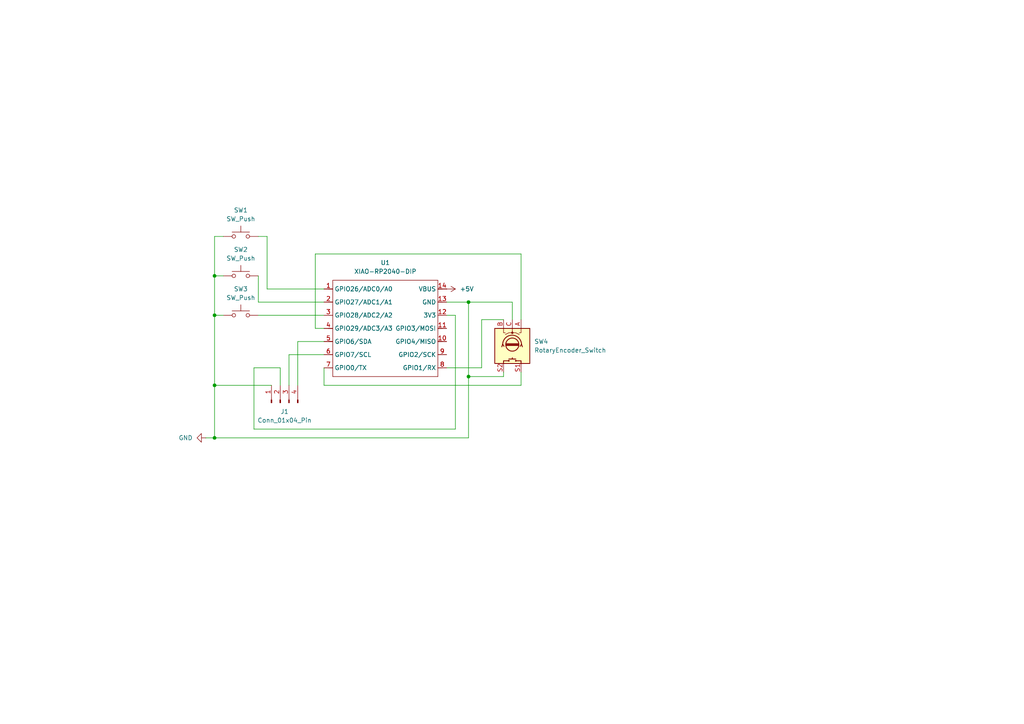
<source format=kicad_sch>
(kicad_sch
	(version 20250114)
	(generator "eeschema")
	(generator_version "9.0")
	(uuid "27a2315b-8656-46cd-bf73-a622ebdf66c0")
	(paper "A4")
	(lib_symbols
		(symbol "Connector:Conn_01x04_Pin"
			(pin_names
				(offset 1.016)
				(hide yes)
			)
			(exclude_from_sim no)
			(in_bom yes)
			(on_board yes)
			(property "Reference" "J"
				(at 0 5.08 0)
				(effects
					(font
						(size 1.27 1.27)
					)
				)
			)
			(property "Value" "Conn_01x04_Pin"
				(at 0 -7.62 0)
				(effects
					(font
						(size 1.27 1.27)
					)
				)
			)
			(property "Footprint" ""
				(at 0 0 0)
				(effects
					(font
						(size 1.27 1.27)
					)
					(hide yes)
				)
			)
			(property "Datasheet" "~"
				(at 0 0 0)
				(effects
					(font
						(size 1.27 1.27)
					)
					(hide yes)
				)
			)
			(property "Description" "Generic connector, single row, 01x04, script generated"
				(at 0 0 0)
				(effects
					(font
						(size 1.27 1.27)
					)
					(hide yes)
				)
			)
			(property "ki_locked" ""
				(at 0 0 0)
				(effects
					(font
						(size 1.27 1.27)
					)
				)
			)
			(property "ki_keywords" "connector"
				(at 0 0 0)
				(effects
					(font
						(size 1.27 1.27)
					)
					(hide yes)
				)
			)
			(property "ki_fp_filters" "Connector*:*_1x??_*"
				(at 0 0 0)
				(effects
					(font
						(size 1.27 1.27)
					)
					(hide yes)
				)
			)
			(symbol "Conn_01x04_Pin_1_1"
				(rectangle
					(start 0.8636 2.667)
					(end 0 2.413)
					(stroke
						(width 0.1524)
						(type default)
					)
					(fill
						(type outline)
					)
				)
				(rectangle
					(start 0.8636 0.127)
					(end 0 -0.127)
					(stroke
						(width 0.1524)
						(type default)
					)
					(fill
						(type outline)
					)
				)
				(rectangle
					(start 0.8636 -2.413)
					(end 0 -2.667)
					(stroke
						(width 0.1524)
						(type default)
					)
					(fill
						(type outline)
					)
				)
				(rectangle
					(start 0.8636 -4.953)
					(end 0 -5.207)
					(stroke
						(width 0.1524)
						(type default)
					)
					(fill
						(type outline)
					)
				)
				(polyline
					(pts
						(xy 1.27 2.54) (xy 0.8636 2.54)
					)
					(stroke
						(width 0.1524)
						(type default)
					)
					(fill
						(type none)
					)
				)
				(polyline
					(pts
						(xy 1.27 0) (xy 0.8636 0)
					)
					(stroke
						(width 0.1524)
						(type default)
					)
					(fill
						(type none)
					)
				)
				(polyline
					(pts
						(xy 1.27 -2.54) (xy 0.8636 -2.54)
					)
					(stroke
						(width 0.1524)
						(type default)
					)
					(fill
						(type none)
					)
				)
				(polyline
					(pts
						(xy 1.27 -5.08) (xy 0.8636 -5.08)
					)
					(stroke
						(width 0.1524)
						(type default)
					)
					(fill
						(type none)
					)
				)
				(pin passive line
					(at 5.08 2.54 180)
					(length 3.81)
					(name "Pin_1"
						(effects
							(font
								(size 1.27 1.27)
							)
						)
					)
					(number "1"
						(effects
							(font
								(size 1.27 1.27)
							)
						)
					)
				)
				(pin passive line
					(at 5.08 0 180)
					(length 3.81)
					(name "Pin_2"
						(effects
							(font
								(size 1.27 1.27)
							)
						)
					)
					(number "2"
						(effects
							(font
								(size 1.27 1.27)
							)
						)
					)
				)
				(pin passive line
					(at 5.08 -2.54 180)
					(length 3.81)
					(name "Pin_3"
						(effects
							(font
								(size 1.27 1.27)
							)
						)
					)
					(number "3"
						(effects
							(font
								(size 1.27 1.27)
							)
						)
					)
				)
				(pin passive line
					(at 5.08 -5.08 180)
					(length 3.81)
					(name "Pin_4"
						(effects
							(font
								(size 1.27 1.27)
							)
						)
					)
					(number "4"
						(effects
							(font
								(size 1.27 1.27)
							)
						)
					)
				)
			)
			(embedded_fonts no)
		)
		(symbol "Device:RotaryEncoder_Switch"
			(pin_names
				(offset 0.254)
				(hide yes)
			)
			(exclude_from_sim no)
			(in_bom yes)
			(on_board yes)
			(property "Reference" "SW"
				(at 0 6.604 0)
				(effects
					(font
						(size 1.27 1.27)
					)
				)
			)
			(property "Value" "RotaryEncoder_Switch"
				(at 0 -6.604 0)
				(effects
					(font
						(size 1.27 1.27)
					)
				)
			)
			(property "Footprint" ""
				(at -3.81 4.064 0)
				(effects
					(font
						(size 1.27 1.27)
					)
					(hide yes)
				)
			)
			(property "Datasheet" "~"
				(at 0 6.604 0)
				(effects
					(font
						(size 1.27 1.27)
					)
					(hide yes)
				)
			)
			(property "Description" "Rotary encoder, dual channel, incremental quadrate outputs, with switch"
				(at 0 0 0)
				(effects
					(font
						(size 1.27 1.27)
					)
					(hide yes)
				)
			)
			(property "ki_keywords" "rotary switch encoder switch push button"
				(at 0 0 0)
				(effects
					(font
						(size 1.27 1.27)
					)
					(hide yes)
				)
			)
			(property "ki_fp_filters" "RotaryEncoder*Switch*"
				(at 0 0 0)
				(effects
					(font
						(size 1.27 1.27)
					)
					(hide yes)
				)
			)
			(symbol "RotaryEncoder_Switch_0_1"
				(rectangle
					(start -5.08 5.08)
					(end 5.08 -5.08)
					(stroke
						(width 0.254)
						(type default)
					)
					(fill
						(type background)
					)
				)
				(polyline
					(pts
						(xy -5.08 2.54) (xy -3.81 2.54) (xy -3.81 2.032)
					)
					(stroke
						(width 0)
						(type default)
					)
					(fill
						(type none)
					)
				)
				(polyline
					(pts
						(xy -5.08 0) (xy -3.81 0) (xy -3.81 -1.016) (xy -3.302 -2.032)
					)
					(stroke
						(width 0)
						(type default)
					)
					(fill
						(type none)
					)
				)
				(polyline
					(pts
						(xy -5.08 -2.54) (xy -3.81 -2.54) (xy -3.81 -2.032)
					)
					(stroke
						(width 0)
						(type default)
					)
					(fill
						(type none)
					)
				)
				(polyline
					(pts
						(xy -4.318 0) (xy -3.81 0) (xy -3.81 1.016) (xy -3.302 2.032)
					)
					(stroke
						(width 0)
						(type default)
					)
					(fill
						(type none)
					)
				)
				(circle
					(center -3.81 0)
					(radius 0.254)
					(stroke
						(width 0)
						(type default)
					)
					(fill
						(type outline)
					)
				)
				(polyline
					(pts
						(xy -0.635 -1.778) (xy -0.635 1.778)
					)
					(stroke
						(width 0.254)
						(type default)
					)
					(fill
						(type none)
					)
				)
				(circle
					(center -0.381 0)
					(radius 1.905)
					(stroke
						(width 0.254)
						(type default)
					)
					(fill
						(type none)
					)
				)
				(polyline
					(pts
						(xy -0.381 -1.778) (xy -0.381 1.778)
					)
					(stroke
						(width 0.254)
						(type default)
					)
					(fill
						(type none)
					)
				)
				(arc
					(start -0.381 -2.794)
					(mid -3.0988 -0.0635)
					(end -0.381 2.667)
					(stroke
						(width 0.254)
						(type default)
					)
					(fill
						(type none)
					)
				)
				(polyline
					(pts
						(xy -0.127 1.778) (xy -0.127 -1.778)
					)
					(stroke
						(width 0.254)
						(type default)
					)
					(fill
						(type none)
					)
				)
				(polyline
					(pts
						(xy 0.254 2.921) (xy -0.508 2.667) (xy 0.127 2.286)
					)
					(stroke
						(width 0.254)
						(type default)
					)
					(fill
						(type none)
					)
				)
				(polyline
					(pts
						(xy 0.254 -3.048) (xy -0.508 -2.794) (xy 0.127 -2.413)
					)
					(stroke
						(width 0.254)
						(type default)
					)
					(fill
						(type none)
					)
				)
				(polyline
					(pts
						(xy 3.81 1.016) (xy 3.81 -1.016)
					)
					(stroke
						(width 0.254)
						(type default)
					)
					(fill
						(type none)
					)
				)
				(polyline
					(pts
						(xy 3.81 0) (xy 3.429 0)
					)
					(stroke
						(width 0.254)
						(type default)
					)
					(fill
						(type none)
					)
				)
				(circle
					(center 4.318 1.016)
					(radius 0.127)
					(stroke
						(width 0.254)
						(type default)
					)
					(fill
						(type none)
					)
				)
				(circle
					(center 4.318 -1.016)
					(radius 0.127)
					(stroke
						(width 0.254)
						(type default)
					)
					(fill
						(type none)
					)
				)
				(polyline
					(pts
						(xy 5.08 2.54) (xy 4.318 2.54) (xy 4.318 1.016)
					)
					(stroke
						(width 0.254)
						(type default)
					)
					(fill
						(type none)
					)
				)
				(polyline
					(pts
						(xy 5.08 -2.54) (xy 4.318 -2.54) (xy 4.318 -1.016)
					)
					(stroke
						(width 0.254)
						(type default)
					)
					(fill
						(type none)
					)
				)
			)
			(symbol "RotaryEncoder_Switch_1_1"
				(pin passive line
					(at -7.62 2.54 0)
					(length 2.54)
					(name "A"
						(effects
							(font
								(size 1.27 1.27)
							)
						)
					)
					(number "A"
						(effects
							(font
								(size 1.27 1.27)
							)
						)
					)
				)
				(pin passive line
					(at -7.62 0 0)
					(length 2.54)
					(name "C"
						(effects
							(font
								(size 1.27 1.27)
							)
						)
					)
					(number "C"
						(effects
							(font
								(size 1.27 1.27)
							)
						)
					)
				)
				(pin passive line
					(at -7.62 -2.54 0)
					(length 2.54)
					(name "B"
						(effects
							(font
								(size 1.27 1.27)
							)
						)
					)
					(number "B"
						(effects
							(font
								(size 1.27 1.27)
							)
						)
					)
				)
				(pin passive line
					(at 7.62 2.54 180)
					(length 2.54)
					(name "S1"
						(effects
							(font
								(size 1.27 1.27)
							)
						)
					)
					(number "S1"
						(effects
							(font
								(size 1.27 1.27)
							)
						)
					)
				)
				(pin passive line
					(at 7.62 -2.54 180)
					(length 2.54)
					(name "S2"
						(effects
							(font
								(size 1.27 1.27)
							)
						)
					)
					(number "S2"
						(effects
							(font
								(size 1.27 1.27)
							)
						)
					)
				)
			)
			(embedded_fonts no)
		)
		(symbol "OPL Lib:XIAO-RP2040-DIP"
			(exclude_from_sim no)
			(in_bom yes)
			(on_board yes)
			(property "Reference" "U"
				(at 0 0 0)
				(effects
					(font
						(size 1.27 1.27)
					)
				)
			)
			(property "Value" "XIAO-RP2040-DIP"
				(at 5.334 -1.778 0)
				(effects
					(font
						(size 1.27 1.27)
					)
				)
			)
			(property "Footprint" "Module:MOUDLE14P-XIAO-DIP-SMD"
				(at 14.478 -32.258 0)
				(effects
					(font
						(size 1.27 1.27)
					)
					(hide yes)
				)
			)
			(property "Datasheet" ""
				(at 0 0 0)
				(effects
					(font
						(size 1.27 1.27)
					)
					(hide yes)
				)
			)
			(property "Description" ""
				(at 0 0 0)
				(effects
					(font
						(size 1.27 1.27)
					)
					(hide yes)
				)
			)
			(symbol "XIAO-RP2040-DIP_1_0"
				(polyline
					(pts
						(xy -1.27 -2.54) (xy 29.21 -2.54)
					)
					(stroke
						(width 0.1524)
						(type solid)
					)
					(fill
						(type none)
					)
				)
				(polyline
					(pts
						(xy -1.27 -5.08) (xy -2.54 -5.08)
					)
					(stroke
						(width 0.1524)
						(type solid)
					)
					(fill
						(type none)
					)
				)
				(polyline
					(pts
						(xy -1.27 -5.08) (xy -1.27 -2.54)
					)
					(stroke
						(width 0.1524)
						(type solid)
					)
					(fill
						(type none)
					)
				)
				(polyline
					(pts
						(xy -1.27 -8.89) (xy -2.54 -8.89)
					)
					(stroke
						(width 0.1524)
						(type solid)
					)
					(fill
						(type none)
					)
				)
				(polyline
					(pts
						(xy -1.27 -8.89) (xy -1.27 -5.08)
					)
					(stroke
						(width 0.1524)
						(type solid)
					)
					(fill
						(type none)
					)
				)
				(polyline
					(pts
						(xy -1.27 -12.7) (xy -2.54 -12.7)
					)
					(stroke
						(width 0.1524)
						(type solid)
					)
					(fill
						(type none)
					)
				)
				(polyline
					(pts
						(xy -1.27 -12.7) (xy -1.27 -8.89)
					)
					(stroke
						(width 0.1524)
						(type solid)
					)
					(fill
						(type none)
					)
				)
				(polyline
					(pts
						(xy -1.27 -16.51) (xy -2.54 -16.51)
					)
					(stroke
						(width 0.1524)
						(type solid)
					)
					(fill
						(type none)
					)
				)
				(polyline
					(pts
						(xy -1.27 -16.51) (xy -1.27 -12.7)
					)
					(stroke
						(width 0.1524)
						(type solid)
					)
					(fill
						(type none)
					)
				)
				(polyline
					(pts
						(xy -1.27 -20.32) (xy -2.54 -20.32)
					)
					(stroke
						(width 0.1524)
						(type solid)
					)
					(fill
						(type none)
					)
				)
				(polyline
					(pts
						(xy -1.27 -24.13) (xy -2.54 -24.13)
					)
					(stroke
						(width 0.1524)
						(type solid)
					)
					(fill
						(type none)
					)
				)
				(polyline
					(pts
						(xy -1.27 -27.94) (xy -2.54 -27.94)
					)
					(stroke
						(width 0.1524)
						(type solid)
					)
					(fill
						(type none)
					)
				)
				(polyline
					(pts
						(xy -1.27 -30.48) (xy -1.27 -16.51)
					)
					(stroke
						(width 0.1524)
						(type solid)
					)
					(fill
						(type none)
					)
				)
				(polyline
					(pts
						(xy 29.21 -2.54) (xy 29.21 -5.08)
					)
					(stroke
						(width 0.1524)
						(type solid)
					)
					(fill
						(type none)
					)
				)
				(polyline
					(pts
						(xy 29.21 -5.08) (xy 29.21 -8.89)
					)
					(stroke
						(width 0.1524)
						(type solid)
					)
					(fill
						(type none)
					)
				)
				(polyline
					(pts
						(xy 29.21 -8.89) (xy 29.21 -12.7)
					)
					(stroke
						(width 0.1524)
						(type solid)
					)
					(fill
						(type none)
					)
				)
				(polyline
					(pts
						(xy 29.21 -12.7) (xy 29.21 -30.48)
					)
					(stroke
						(width 0.1524)
						(type solid)
					)
					(fill
						(type none)
					)
				)
				(polyline
					(pts
						(xy 29.21 -30.48) (xy -1.27 -30.48)
					)
					(stroke
						(width 0.1524)
						(type solid)
					)
					(fill
						(type none)
					)
				)
				(polyline
					(pts
						(xy 30.48 -5.08) (xy 29.21 -5.08)
					)
					(stroke
						(width 0.1524)
						(type solid)
					)
					(fill
						(type none)
					)
				)
				(polyline
					(pts
						(xy 30.48 -8.89) (xy 29.21 -8.89)
					)
					(stroke
						(width 0.1524)
						(type solid)
					)
					(fill
						(type none)
					)
				)
				(polyline
					(pts
						(xy 30.48 -12.7) (xy 29.21 -12.7)
					)
					(stroke
						(width 0.1524)
						(type solid)
					)
					(fill
						(type none)
					)
				)
				(polyline
					(pts
						(xy 30.48 -16.51) (xy 29.21 -16.51)
					)
					(stroke
						(width 0.1524)
						(type solid)
					)
					(fill
						(type none)
					)
				)
				(polyline
					(pts
						(xy 30.48 -20.32) (xy 29.21 -20.32)
					)
					(stroke
						(width 0.1524)
						(type solid)
					)
					(fill
						(type none)
					)
				)
				(polyline
					(pts
						(xy 30.48 -24.13) (xy 29.21 -24.13)
					)
					(stroke
						(width 0.1524)
						(type solid)
					)
					(fill
						(type none)
					)
				)
				(polyline
					(pts
						(xy 30.48 -27.94) (xy 29.21 -27.94)
					)
					(stroke
						(width 0.1524)
						(type solid)
					)
					(fill
						(type none)
					)
				)
				(pin passive line
					(at -3.81 -5.08 0)
					(length 2.54)
					(name "GPIO26/ADC0/A0"
						(effects
							(font
								(size 1.27 1.27)
							)
						)
					)
					(number "1"
						(effects
							(font
								(size 1.27 1.27)
							)
						)
					)
				)
				(pin passive line
					(at -3.81 -8.89 0)
					(length 2.54)
					(name "GPIO27/ADC1/A1"
						(effects
							(font
								(size 1.27 1.27)
							)
						)
					)
					(number "2"
						(effects
							(font
								(size 1.27 1.27)
							)
						)
					)
				)
				(pin passive line
					(at -3.81 -12.7 0)
					(length 2.54)
					(name "GPIO28/ADC2/A2"
						(effects
							(font
								(size 1.27 1.27)
							)
						)
					)
					(number "3"
						(effects
							(font
								(size 1.27 1.27)
							)
						)
					)
				)
				(pin passive line
					(at -3.81 -16.51 0)
					(length 2.54)
					(name "GPIO29/ADC3/A3"
						(effects
							(font
								(size 1.27 1.27)
							)
						)
					)
					(number "4"
						(effects
							(font
								(size 1.27 1.27)
							)
						)
					)
				)
				(pin passive line
					(at -3.81 -20.32 0)
					(length 2.54)
					(name "GPIO6/SDA"
						(effects
							(font
								(size 1.27 1.27)
							)
						)
					)
					(number "5"
						(effects
							(font
								(size 1.27 1.27)
							)
						)
					)
				)
				(pin passive line
					(at -3.81 -24.13 0)
					(length 2.54)
					(name "GPIO7/SCL"
						(effects
							(font
								(size 1.27 1.27)
							)
						)
					)
					(number "6"
						(effects
							(font
								(size 1.27 1.27)
							)
						)
					)
				)
				(pin passive line
					(at -3.81 -27.94 0)
					(length 2.54)
					(name "GPIO0/TX"
						(effects
							(font
								(size 1.27 1.27)
							)
						)
					)
					(number "7"
						(effects
							(font
								(size 1.27 1.27)
							)
						)
					)
				)
				(pin passive line
					(at 31.75 -5.08 180)
					(length 2.54)
					(name "VBUS"
						(effects
							(font
								(size 1.27 1.27)
							)
						)
					)
					(number "14"
						(effects
							(font
								(size 1.27 1.27)
							)
						)
					)
				)
				(pin passive line
					(at 31.75 -8.89 180)
					(length 2.54)
					(name "GND"
						(effects
							(font
								(size 1.27 1.27)
							)
						)
					)
					(number "13"
						(effects
							(font
								(size 1.27 1.27)
							)
						)
					)
				)
				(pin passive line
					(at 31.75 -12.7 180)
					(length 2.54)
					(name "3V3"
						(effects
							(font
								(size 1.27 1.27)
							)
						)
					)
					(number "12"
						(effects
							(font
								(size 1.27 1.27)
							)
						)
					)
				)
				(pin passive line
					(at 31.75 -16.51 180)
					(length 2.54)
					(name "GPIO3/MOSI"
						(effects
							(font
								(size 1.27 1.27)
							)
						)
					)
					(number "11"
						(effects
							(font
								(size 1.27 1.27)
							)
						)
					)
				)
				(pin passive line
					(at 31.75 -20.32 180)
					(length 2.54)
					(name "GPIO4/MISO"
						(effects
							(font
								(size 1.27 1.27)
							)
						)
					)
					(number "10"
						(effects
							(font
								(size 1.27 1.27)
							)
						)
					)
				)
				(pin passive line
					(at 31.75 -24.13 180)
					(length 2.54)
					(name "GPIO2/SCK"
						(effects
							(font
								(size 1.27 1.27)
							)
						)
					)
					(number "9"
						(effects
							(font
								(size 1.27 1.27)
							)
						)
					)
				)
				(pin passive line
					(at 31.75 -27.94 180)
					(length 2.54)
					(name "GPIO1/RX"
						(effects
							(font
								(size 1.27 1.27)
							)
						)
					)
					(number "8"
						(effects
							(font
								(size 1.27 1.27)
							)
						)
					)
				)
			)
			(embedded_fonts no)
		)
		(symbol "Switch:SW_Push"
			(pin_numbers
				(hide yes)
			)
			(pin_names
				(offset 1.016)
				(hide yes)
			)
			(exclude_from_sim no)
			(in_bom yes)
			(on_board yes)
			(property "Reference" "SW"
				(at 1.27 2.54 0)
				(effects
					(font
						(size 1.27 1.27)
					)
					(justify left)
				)
			)
			(property "Value" "SW_Push"
				(at 0 -1.524 0)
				(effects
					(font
						(size 1.27 1.27)
					)
				)
			)
			(property "Footprint" ""
				(at 0 5.08 0)
				(effects
					(font
						(size 1.27 1.27)
					)
					(hide yes)
				)
			)
			(property "Datasheet" "~"
				(at 0 5.08 0)
				(effects
					(font
						(size 1.27 1.27)
					)
					(hide yes)
				)
			)
			(property "Description" "Push button switch, generic, two pins"
				(at 0 0 0)
				(effects
					(font
						(size 1.27 1.27)
					)
					(hide yes)
				)
			)
			(property "ki_keywords" "switch normally-open pushbutton push-button"
				(at 0 0 0)
				(effects
					(font
						(size 1.27 1.27)
					)
					(hide yes)
				)
			)
			(symbol "SW_Push_0_1"
				(circle
					(center -2.032 0)
					(radius 0.508)
					(stroke
						(width 0)
						(type default)
					)
					(fill
						(type none)
					)
				)
				(polyline
					(pts
						(xy 0 1.27) (xy 0 3.048)
					)
					(stroke
						(width 0)
						(type default)
					)
					(fill
						(type none)
					)
				)
				(circle
					(center 2.032 0)
					(radius 0.508)
					(stroke
						(width 0)
						(type default)
					)
					(fill
						(type none)
					)
				)
				(polyline
					(pts
						(xy 2.54 1.27) (xy -2.54 1.27)
					)
					(stroke
						(width 0)
						(type default)
					)
					(fill
						(type none)
					)
				)
				(pin passive line
					(at -5.08 0 0)
					(length 2.54)
					(name "1"
						(effects
							(font
								(size 1.27 1.27)
							)
						)
					)
					(number "1"
						(effects
							(font
								(size 1.27 1.27)
							)
						)
					)
				)
				(pin passive line
					(at 5.08 0 180)
					(length 2.54)
					(name "2"
						(effects
							(font
								(size 1.27 1.27)
							)
						)
					)
					(number "2"
						(effects
							(font
								(size 1.27 1.27)
							)
						)
					)
				)
			)
			(embedded_fonts no)
		)
		(symbol "power:+5V"
			(power)
			(pin_numbers
				(hide yes)
			)
			(pin_names
				(offset 0)
				(hide yes)
			)
			(exclude_from_sim no)
			(in_bom yes)
			(on_board yes)
			(property "Reference" "#PWR"
				(at 0 -3.81 0)
				(effects
					(font
						(size 1.27 1.27)
					)
					(hide yes)
				)
			)
			(property "Value" "+5V"
				(at 0 3.556 0)
				(effects
					(font
						(size 1.27 1.27)
					)
				)
			)
			(property "Footprint" ""
				(at 0 0 0)
				(effects
					(font
						(size 1.27 1.27)
					)
					(hide yes)
				)
			)
			(property "Datasheet" ""
				(at 0 0 0)
				(effects
					(font
						(size 1.27 1.27)
					)
					(hide yes)
				)
			)
			(property "Description" "Power symbol creates a global label with name \"+5V\""
				(at 0 0 0)
				(effects
					(font
						(size 1.27 1.27)
					)
					(hide yes)
				)
			)
			(property "ki_keywords" "global power"
				(at 0 0 0)
				(effects
					(font
						(size 1.27 1.27)
					)
					(hide yes)
				)
			)
			(symbol "+5V_0_1"
				(polyline
					(pts
						(xy -0.762 1.27) (xy 0 2.54)
					)
					(stroke
						(width 0)
						(type default)
					)
					(fill
						(type none)
					)
				)
				(polyline
					(pts
						(xy 0 2.54) (xy 0.762 1.27)
					)
					(stroke
						(width 0)
						(type default)
					)
					(fill
						(type none)
					)
				)
				(polyline
					(pts
						(xy 0 0) (xy 0 2.54)
					)
					(stroke
						(width 0)
						(type default)
					)
					(fill
						(type none)
					)
				)
			)
			(symbol "+5V_1_1"
				(pin power_in line
					(at 0 0 90)
					(length 0)
					(name "~"
						(effects
							(font
								(size 1.27 1.27)
							)
						)
					)
					(number "1"
						(effects
							(font
								(size 1.27 1.27)
							)
						)
					)
				)
			)
			(embedded_fonts no)
		)
		(symbol "power:GND"
			(power)
			(pin_numbers
				(hide yes)
			)
			(pin_names
				(offset 0)
				(hide yes)
			)
			(exclude_from_sim no)
			(in_bom yes)
			(on_board yes)
			(property "Reference" "#PWR"
				(at 0 -6.35 0)
				(effects
					(font
						(size 1.27 1.27)
					)
					(hide yes)
				)
			)
			(property "Value" "GND"
				(at 0 -3.81 0)
				(effects
					(font
						(size 1.27 1.27)
					)
				)
			)
			(property "Footprint" ""
				(at 0 0 0)
				(effects
					(font
						(size 1.27 1.27)
					)
					(hide yes)
				)
			)
			(property "Datasheet" ""
				(at 0 0 0)
				(effects
					(font
						(size 1.27 1.27)
					)
					(hide yes)
				)
			)
			(property "Description" "Power symbol creates a global label with name \"GND\" , ground"
				(at 0 0 0)
				(effects
					(font
						(size 1.27 1.27)
					)
					(hide yes)
				)
			)
			(property "ki_keywords" "global power"
				(at 0 0 0)
				(effects
					(font
						(size 1.27 1.27)
					)
					(hide yes)
				)
			)
			(symbol "GND_0_1"
				(polyline
					(pts
						(xy 0 0) (xy 0 -1.27) (xy 1.27 -1.27) (xy 0 -2.54) (xy -1.27 -1.27) (xy 0 -1.27)
					)
					(stroke
						(width 0)
						(type default)
					)
					(fill
						(type none)
					)
				)
			)
			(symbol "GND_1_1"
				(pin power_in line
					(at 0 0 270)
					(length 0)
					(name "~"
						(effects
							(font
								(size 1.27 1.27)
							)
						)
					)
					(number "1"
						(effects
							(font
								(size 1.27 1.27)
							)
						)
					)
				)
			)
			(embedded_fonts no)
		)
	)
	(junction
		(at 62.23 80.01)
		(diameter 0)
		(color 0 0 0 0)
		(uuid "0fa4c65f-fb56-4be8-9175-883caefedcf0")
	)
	(junction
		(at 135.89 87.63)
		(diameter 0)
		(color 0 0 0 0)
		(uuid "227b55c1-1b34-4b1e-a7fa-60a5e97c34b7")
	)
	(junction
		(at 135.89 109.22)
		(diameter 0)
		(color 0 0 0 0)
		(uuid "303c4857-b2e2-471f-b4ae-758017b811c5")
	)
	(junction
		(at 62.23 127)
		(diameter 0)
		(color 0 0 0 0)
		(uuid "7577b2d6-5f4f-45fa-b438-9571c8530a65")
	)
	(junction
		(at 62.23 111.76)
		(diameter 0)
		(color 0 0 0 0)
		(uuid "76f73f71-29b8-4db0-9f1a-2ffd4014620b")
	)
	(junction
		(at 62.23 91.44)
		(diameter 0)
		(color 0 0 0 0)
		(uuid "8c4f56eb-c26d-4c2f-8d4b-02dd914ef69f")
	)
	(wire
		(pts
			(xy 62.23 127) (xy 135.89 127)
		)
		(stroke
			(width 0)
			(type default)
		)
		(uuid "18617cfb-8898-4526-8e87-46a48bf3f1c9")
	)
	(wire
		(pts
			(xy 146.05 109.22) (xy 135.89 109.22)
		)
		(stroke
			(width 0)
			(type default)
		)
		(uuid "1c564eee-2c63-4064-a14a-cee2a010c59a")
	)
	(wire
		(pts
			(xy 62.23 91.44) (xy 64.77 91.44)
		)
		(stroke
			(width 0)
			(type default)
		)
		(uuid "265aa682-55be-495a-a57e-326e930be4b3")
	)
	(wire
		(pts
			(xy 93.98 87.63) (xy 74.93 87.63)
		)
		(stroke
			(width 0)
			(type default)
		)
		(uuid "2cd7e677-2d74-4ed2-9679-6659f298afe9")
	)
	(wire
		(pts
			(xy 62.23 111.76) (xy 78.74 111.76)
		)
		(stroke
			(width 0)
			(type default)
		)
		(uuid "2dcbbf65-a35d-421c-938b-a00a3dea9617")
	)
	(wire
		(pts
			(xy 135.89 109.22) (xy 135.89 127)
		)
		(stroke
			(width 0)
			(type default)
		)
		(uuid "3983fee3-2c20-4e66-9cf8-1f8a57486ff0")
	)
	(wire
		(pts
			(xy 74.93 87.63) (xy 74.93 80.01)
		)
		(stroke
			(width 0)
			(type default)
		)
		(uuid "3df968a6-aca7-4c94-9745-c45dea6ed269")
	)
	(wire
		(pts
			(xy 129.54 87.63) (xy 135.89 87.63)
		)
		(stroke
			(width 0)
			(type default)
		)
		(uuid "47a1ad45-39b9-4a76-95ba-439f4bae1839")
	)
	(wire
		(pts
			(xy 83.82 102.87) (xy 93.98 102.87)
		)
		(stroke
			(width 0)
			(type default)
		)
		(uuid "481002f9-2d58-46a9-915d-fe81f62bf990")
	)
	(wire
		(pts
			(xy 77.47 68.58) (xy 74.93 68.58)
		)
		(stroke
			(width 0)
			(type default)
		)
		(uuid "53301a64-4d44-49e7-bdb3-fa28ffb6b9b4")
	)
	(wire
		(pts
			(xy 74.93 91.44) (xy 93.98 91.44)
		)
		(stroke
			(width 0)
			(type default)
		)
		(uuid "58797956-c375-445c-b105-c18b20ac24a0")
	)
	(wire
		(pts
			(xy 91.44 73.66) (xy 151.13 73.66)
		)
		(stroke
			(width 0)
			(type default)
		)
		(uuid "5a8d6765-33e0-4d39-89c7-50dd64b24ec0")
	)
	(wire
		(pts
			(xy 132.08 124.46) (xy 132.08 91.44)
		)
		(stroke
			(width 0)
			(type default)
		)
		(uuid "60429e06-5016-42ad-9292-1686fdfb0a41")
	)
	(wire
		(pts
			(xy 93.98 95.25) (xy 91.44 95.25)
		)
		(stroke
			(width 0)
			(type default)
		)
		(uuid "60fb5fe6-744f-4d0f-a38c-2f1f78c7a1aa")
	)
	(wire
		(pts
			(xy 132.08 91.44) (xy 129.54 91.44)
		)
		(stroke
			(width 0)
			(type default)
		)
		(uuid "62aab98b-9f0e-4a36-9d4b-6e35c386c090")
	)
	(wire
		(pts
			(xy 91.44 95.25) (xy 91.44 73.66)
		)
		(stroke
			(width 0)
			(type default)
		)
		(uuid "65ccd95a-389f-4819-bfea-3f766a864349")
	)
	(wire
		(pts
			(xy 129.54 106.68) (xy 139.7 106.68)
		)
		(stroke
			(width 0)
			(type default)
		)
		(uuid "6b6bef51-102c-4707-b854-2fdff7c1b416")
	)
	(wire
		(pts
			(xy 81.28 106.68) (xy 73.66 106.68)
		)
		(stroke
			(width 0)
			(type default)
		)
		(uuid "6f4524f8-52e2-4d9f-b51a-1dd5fd2fb6bf")
	)
	(wire
		(pts
			(xy 148.59 87.63) (xy 135.89 87.63)
		)
		(stroke
			(width 0)
			(type default)
		)
		(uuid "77812ce7-a831-412a-a39f-97315bf66c25")
	)
	(wire
		(pts
			(xy 81.28 111.76) (xy 81.28 106.68)
		)
		(stroke
			(width 0)
			(type default)
		)
		(uuid "7957cbad-3229-4ed9-8f66-ee589dcb4a01")
	)
	(wire
		(pts
			(xy 73.66 106.68) (xy 73.66 124.46)
		)
		(stroke
			(width 0)
			(type default)
		)
		(uuid "7de917ea-2257-48c0-930a-0268b5e72418")
	)
	(wire
		(pts
			(xy 139.7 92.71) (xy 146.05 92.71)
		)
		(stroke
			(width 0)
			(type default)
		)
		(uuid "84d5664e-ffe7-4b4b-adb0-4afcab5686eb")
	)
	(wire
		(pts
			(xy 59.69 127) (xy 62.23 127)
		)
		(stroke
			(width 0)
			(type default)
		)
		(uuid "8db17ca0-0c50-459d-9731-276a29b90638")
	)
	(wire
		(pts
			(xy 146.05 107.95) (xy 146.05 109.22)
		)
		(stroke
			(width 0)
			(type default)
		)
		(uuid "97d504c3-961f-4f98-855b-849ee8c85a7e")
	)
	(wire
		(pts
			(xy 62.23 80.01) (xy 62.23 68.58)
		)
		(stroke
			(width 0)
			(type default)
		)
		(uuid "97dd3dab-5d5b-4e00-b70c-f94fa65d3b86")
	)
	(wire
		(pts
			(xy 151.13 111.76) (xy 151.13 107.95)
		)
		(stroke
			(width 0)
			(type default)
		)
		(uuid "99691166-8c33-45fd-9450-206dd0c58140")
	)
	(wire
		(pts
			(xy 77.47 83.82) (xy 77.47 68.58)
		)
		(stroke
			(width 0)
			(type default)
		)
		(uuid "a3782f11-a251-4070-bb87-b97a4bd5020a")
	)
	(wire
		(pts
			(xy 83.82 111.76) (xy 83.82 102.87)
		)
		(stroke
			(width 0)
			(type default)
		)
		(uuid "b2624246-ed3f-4376-861b-e65d67a73dab")
	)
	(wire
		(pts
			(xy 62.23 68.58) (xy 64.77 68.58)
		)
		(stroke
			(width 0)
			(type default)
		)
		(uuid "b5782949-f381-4c57-93e6-763105d9315e")
	)
	(wire
		(pts
			(xy 93.98 106.68) (xy 93.98 111.76)
		)
		(stroke
			(width 0)
			(type default)
		)
		(uuid "ba237d82-df65-418c-99f3-da6203bd21ce")
	)
	(wire
		(pts
			(xy 93.98 83.82) (xy 77.47 83.82)
		)
		(stroke
			(width 0)
			(type default)
		)
		(uuid "d2ce3552-8b91-4063-9d24-c37ea36d9bf0")
	)
	(wire
		(pts
			(xy 93.98 99.06) (xy 86.36 99.06)
		)
		(stroke
			(width 0)
			(type default)
		)
		(uuid "d5df14d8-e280-4e9c-b6f7-5728d77ca0ea")
	)
	(wire
		(pts
			(xy 135.89 87.63) (xy 135.89 109.22)
		)
		(stroke
			(width 0)
			(type default)
		)
		(uuid "d91fa883-c71a-48e8-ba64-bbea66abcc97")
	)
	(wire
		(pts
			(xy 86.36 99.06) (xy 86.36 111.76)
		)
		(stroke
			(width 0)
			(type default)
		)
		(uuid "dab336c2-0a8b-4a77-9b9d-cfa45a2efb23")
	)
	(wire
		(pts
			(xy 93.98 111.76) (xy 151.13 111.76)
		)
		(stroke
			(width 0)
			(type default)
		)
		(uuid "dcfe8fb0-6cfe-4044-a852-7e51e70a595e")
	)
	(wire
		(pts
			(xy 62.23 91.44) (xy 62.23 111.76)
		)
		(stroke
			(width 0)
			(type default)
		)
		(uuid "e1da4e27-7006-4a95-aa1d-cf9adeb23e42")
	)
	(wire
		(pts
			(xy 73.66 124.46) (xy 132.08 124.46)
		)
		(stroke
			(width 0)
			(type default)
		)
		(uuid "e627d580-4995-43df-90ce-651cf446c224")
	)
	(wire
		(pts
			(xy 62.23 111.76) (xy 62.23 127)
		)
		(stroke
			(width 0)
			(type default)
		)
		(uuid "e84c05f2-40b3-4586-b3f7-6a9467dcc5af")
	)
	(wire
		(pts
			(xy 139.7 106.68) (xy 139.7 92.71)
		)
		(stroke
			(width 0)
			(type default)
		)
		(uuid "ef2e61e5-f8ec-41e2-9d52-e98cda6e3831")
	)
	(wire
		(pts
			(xy 62.23 80.01) (xy 64.77 80.01)
		)
		(stroke
			(width 0)
			(type default)
		)
		(uuid "f177d789-0248-4f41-8f26-300caa2e568f")
	)
	(wire
		(pts
			(xy 62.23 91.44) (xy 62.23 80.01)
		)
		(stroke
			(width 0)
			(type default)
		)
		(uuid "f1926b21-2044-4fb8-b2b7-befff96a53cd")
	)
	(wire
		(pts
			(xy 148.59 92.71) (xy 148.59 87.63)
		)
		(stroke
			(width 0)
			(type default)
		)
		(uuid "f24bd1dc-8c02-49e4-b682-6219327f359c")
	)
	(wire
		(pts
			(xy 151.13 73.66) (xy 151.13 92.71)
		)
		(stroke
			(width 0)
			(type default)
		)
		(uuid "f7a6c37e-83d3-4518-b41f-1ab9854cc37d")
	)
	(symbol
		(lib_id "Device:RotaryEncoder_Switch")
		(at 148.59 100.33 270)
		(unit 1)
		(exclude_from_sim no)
		(in_bom yes)
		(on_board yes)
		(dnp no)
		(fields_autoplaced yes)
		(uuid "03e1679a-a855-4229-a038-3e2053ad799b")
		(property "Reference" "SW4"
			(at 154.94 99.0599 90)
			(effects
				(font
					(size 1.27 1.27)
				)
				(justify left)
			)
		)
		(property "Value" "RotaryEncoder_Switch"
			(at 154.94 101.5999 90)
			(effects
				(font
					(size 1.27 1.27)
				)
				(justify left)
			)
		)
		(property "Footprint" "Rotary Encoder EC11:RotaryEncoder_Alps_EC11E-Switch_Vertical_H20mm"
			(at 152.654 96.52 0)
			(effects
				(font
					(size 1.27 1.27)
				)
				(hide yes)
			)
		)
		(property "Datasheet" "~"
			(at 155.194 100.33 0)
			(effects
				(font
					(size 1.27 1.27)
				)
				(hide yes)
			)
		)
		(property "Description" "Rotary encoder, dual channel, incremental quadrate outputs, with switch"
			(at 148.59 100.33 0)
			(effects
				(font
					(size 1.27 1.27)
				)
				(hide yes)
			)
		)
		(pin "C"
			(uuid "9fcd78dd-0ff2-4640-abfc-a62a48c75a8f")
		)
		(pin "S1"
			(uuid "5ed9308d-20fe-490d-bee0-0f9660967ef3")
		)
		(pin "A"
			(uuid "5c6ae655-6288-4ce8-af0f-a5293239cb33")
		)
		(pin "B"
			(uuid "a1adb72b-9281-47d2-8d4e-e0ef4cb001e7")
		)
		(pin "S2"
			(uuid "21802fa2-fb3c-4c72-90b5-dec65558802a")
		)
		(instances
			(project ""
				(path "/27a2315b-8656-46cd-bf73-a622ebdf66c0"
					(reference "SW4")
					(unit 1)
				)
			)
		)
	)
	(symbol
		(lib_id "Switch:SW_Push")
		(at 69.85 80.01 0)
		(unit 1)
		(exclude_from_sim no)
		(in_bom yes)
		(on_board yes)
		(dnp no)
		(fields_autoplaced yes)
		(uuid "15f5f777-f4f0-4230-ab80-b02f9e60eb3b")
		(property "Reference" "SW2"
			(at 69.85 72.39 0)
			(effects
				(font
					(size 1.27 1.27)
				)
			)
		)
		(property "Value" "SW_Push"
			(at 69.85 74.93 0)
			(effects
				(font
					(size 1.27 1.27)
				)
			)
		)
		(property "Footprint" "Button_Switch_Keyboard:SW_Cherry_MX_1.00u_PCB"
			(at 69.85 74.93 0)
			(effects
				(font
					(size 1.27 1.27)
				)
				(hide yes)
			)
		)
		(property "Datasheet" "~"
			(at 69.85 74.93 0)
			(effects
				(font
					(size 1.27 1.27)
				)
				(hide yes)
			)
		)
		(property "Description" "Push button switch, generic, two pins"
			(at 69.85 80.01 0)
			(effects
				(font
					(size 1.27 1.27)
				)
				(hide yes)
			)
		)
		(pin "2"
			(uuid "1252939f-0715-4c90-8da8-e91fec1ab792")
		)
		(pin "1"
			(uuid "54c0b0aa-d0c7-4e62-97cb-550a666d9aef")
		)
		(instances
			(project ""
				(path "/27a2315b-8656-46cd-bf73-a622ebdf66c0"
					(reference "SW2")
					(unit 1)
				)
			)
		)
	)
	(symbol
		(lib_id "power:+5V")
		(at 129.54 83.82 270)
		(unit 1)
		(exclude_from_sim no)
		(in_bom yes)
		(on_board yes)
		(dnp no)
		(fields_autoplaced yes)
		(uuid "17c1084e-394c-4fe5-b317-507e5eedcf3f")
		(property "Reference" "#PWR02"
			(at 125.73 83.82 0)
			(effects
				(font
					(size 1.27 1.27)
				)
				(hide yes)
			)
		)
		(property "Value" "+5V"
			(at 133.35 83.8199 90)
			(effects
				(font
					(size 1.27 1.27)
				)
				(justify left)
			)
		)
		(property "Footprint" ""
			(at 129.54 83.82 0)
			(effects
				(font
					(size 1.27 1.27)
				)
				(hide yes)
			)
		)
		(property "Datasheet" ""
			(at 129.54 83.82 0)
			(effects
				(font
					(size 1.27 1.27)
				)
				(hide yes)
			)
		)
		(property "Description" "Power symbol creates a global label with name \"+5V\""
			(at 129.54 83.82 0)
			(effects
				(font
					(size 1.27 1.27)
				)
				(hide yes)
			)
		)
		(pin "1"
			(uuid "e09f0b97-a8dd-4efe-8356-2bba47ad9224")
		)
		(instances
			(project ""
				(path "/27a2315b-8656-46cd-bf73-a622ebdf66c0"
					(reference "#PWR02")
					(unit 1)
				)
			)
		)
	)
	(symbol
		(lib_id "power:GND")
		(at 59.69 127 270)
		(unit 1)
		(exclude_from_sim no)
		(in_bom yes)
		(on_board yes)
		(dnp no)
		(fields_autoplaced yes)
		(uuid "34622062-ee16-48aa-8c8a-b32fa5f8f36f")
		(property "Reference" "#PWR01"
			(at 53.34 127 0)
			(effects
				(font
					(size 1.27 1.27)
				)
				(hide yes)
			)
		)
		(property "Value" "GND"
			(at 55.88 126.9999 90)
			(effects
				(font
					(size 1.27 1.27)
				)
				(justify right)
			)
		)
		(property "Footprint" ""
			(at 59.69 127 0)
			(effects
				(font
					(size 1.27 1.27)
				)
				(hide yes)
			)
		)
		(property "Datasheet" ""
			(at 59.69 127 0)
			(effects
				(font
					(size 1.27 1.27)
				)
				(hide yes)
			)
		)
		(property "Description" "Power symbol creates a global label with name \"GND\" , ground"
			(at 59.69 127 0)
			(effects
				(font
					(size 1.27 1.27)
				)
				(hide yes)
			)
		)
		(pin "1"
			(uuid "84feeaea-1840-41fb-9fe4-e436ddd780dc")
		)
		(instances
			(project ""
				(path "/27a2315b-8656-46cd-bf73-a622ebdf66c0"
					(reference "#PWR01")
					(unit 1)
				)
			)
		)
	)
	(symbol
		(lib_id "Switch:SW_Push")
		(at 69.85 68.58 0)
		(unit 1)
		(exclude_from_sim no)
		(in_bom yes)
		(on_board yes)
		(dnp no)
		(fields_autoplaced yes)
		(uuid "7f867500-dcfd-45be-aa3b-cd724386fb19")
		(property "Reference" "SW1"
			(at 69.85 60.96 0)
			(effects
				(font
					(size 1.27 1.27)
				)
			)
		)
		(property "Value" "SW_Push"
			(at 69.85 63.5 0)
			(effects
				(font
					(size 1.27 1.27)
				)
			)
		)
		(property "Footprint" "Button_Switch_Keyboard:SW_Cherry_MX_1.00u_PCB"
			(at 69.85 63.5 0)
			(effects
				(font
					(size 1.27 1.27)
				)
				(hide yes)
			)
		)
		(property "Datasheet" "~"
			(at 69.85 63.5 0)
			(effects
				(font
					(size 1.27 1.27)
				)
				(hide yes)
			)
		)
		(property "Description" "Push button switch, generic, two pins"
			(at 69.85 68.58 0)
			(effects
				(font
					(size 1.27 1.27)
				)
				(hide yes)
			)
		)
		(pin "2"
			(uuid "5e12c22f-27d4-493f-8e3e-1338668d6fcb")
		)
		(pin "1"
			(uuid "a4a06050-8091-4b02-825e-b3a71d6a312e")
		)
		(instances
			(project "Music Pad"
				(path "/27a2315b-8656-46cd-bf73-a622ebdf66c0"
					(reference "SW1")
					(unit 1)
				)
			)
		)
	)
	(symbol
		(lib_id "Connector:Conn_01x04_Pin")
		(at 81.28 116.84 90)
		(unit 1)
		(exclude_from_sim no)
		(in_bom yes)
		(on_board yes)
		(dnp no)
		(fields_autoplaced yes)
		(uuid "b2bb3673-f887-43fa-9a3f-a3c35db27b5d")
		(property "Reference" "J1"
			(at 82.55 119.38 90)
			(effects
				(font
					(size 1.27 1.27)
				)
			)
		)
		(property "Value" "Conn_01x04_Pin"
			(at 82.55 121.92 90)
			(effects
				(font
					(size 1.27 1.27)
				)
			)
		)
		(property "Footprint" "0.91 OLED:SSD1306-0.91-OLED-4pin-128x32"
			(at 81.28 116.84 0)
			(effects
				(font
					(size 1.27 1.27)
				)
				(hide yes)
			)
		)
		(property "Datasheet" "~"
			(at 81.28 116.84 0)
			(effects
				(font
					(size 1.27 1.27)
				)
				(hide yes)
			)
		)
		(property "Description" "Generic connector, single row, 01x04, script generated"
			(at 81.28 116.84 0)
			(effects
				(font
					(size 1.27 1.27)
				)
				(hide yes)
			)
		)
		(pin "3"
			(uuid "db97a77b-9672-4d1c-83f2-d331c3a876c0")
		)
		(pin "1"
			(uuid "fe4483b9-1137-44d7-b781-b68f67565bfa")
		)
		(pin "2"
			(uuid "da1e7823-b6e3-485a-96ec-62f16f25af69")
		)
		(pin "4"
			(uuid "e6201670-98d7-4962-8d02-033ecf382669")
		)
		(instances
			(project ""
				(path "/27a2315b-8656-46cd-bf73-a622ebdf66c0"
					(reference "J1")
					(unit 1)
				)
			)
		)
	)
	(symbol
		(lib_id "OPL Lib:XIAO-RP2040-DIP")
		(at 97.79 78.74 0)
		(unit 1)
		(exclude_from_sim no)
		(in_bom yes)
		(on_board yes)
		(dnp no)
		(fields_autoplaced yes)
		(uuid "c029e67b-211f-4bff-8c95-5aea3fa7018f")
		(property "Reference" "U1"
			(at 111.76 76.2 0)
			(effects
				(font
					(size 1.27 1.27)
				)
			)
		)
		(property "Value" "XIAO-RP2040-DIP"
			(at 111.76 78.74 0)
			(effects
				(font
					(size 1.27 1.27)
				)
			)
		)
		(property "Footprint" "OPL Lib:XIAO-RP2040-DIP"
			(at 112.268 110.998 0)
			(effects
				(font
					(size 1.27 1.27)
				)
				(hide yes)
			)
		)
		(property "Datasheet" ""
			(at 97.79 78.74 0)
			(effects
				(font
					(size 1.27 1.27)
				)
				(hide yes)
			)
		)
		(property "Description" ""
			(at 97.79 78.74 0)
			(effects
				(font
					(size 1.27 1.27)
				)
				(hide yes)
			)
		)
		(pin "6"
			(uuid "07e7d8af-a8a6-4875-a9f7-71c48950a09c")
		)
		(pin "7"
			(uuid "d4be0a64-d258-4140-9fbf-eff8fc64f567")
		)
		(pin "4"
			(uuid "8015ea88-ddaf-4adf-8a42-57a4b5449ab1")
		)
		(pin "3"
			(uuid "0aa21b9d-cf56-482a-807f-550c04c9b706")
		)
		(pin "14"
			(uuid "b7f18477-0444-4719-904c-299a0bc42fa8")
		)
		(pin "5"
			(uuid "c8661569-8fb3-432e-a5b3-530fd82c6cdc")
		)
		(pin "9"
			(uuid "74bdc943-b829-4b29-95c3-12885aad14ff")
		)
		(pin "1"
			(uuid "f51d63d2-bdca-474c-bb1e-f06d070101b1")
		)
		(pin "11"
			(uuid "a9b5b118-2eac-4621-9912-1f50e84878c3")
		)
		(pin "10"
			(uuid "f77ae9bd-cbb0-4ea9-bcc1-a671394877b6")
		)
		(pin "2"
			(uuid "e032d466-47c3-40b3-b7a3-9af598903bd6")
		)
		(pin "12"
			(uuid "3b3b780d-f3ba-4b10-9c9e-02eb3cc5c892")
		)
		(pin "13"
			(uuid "005225db-013c-4e31-9317-3ad448addba6")
		)
		(pin "8"
			(uuid "ee9040db-de4d-462c-ba56-5488749d4383")
		)
		(instances
			(project ""
				(path "/27a2315b-8656-46cd-bf73-a622ebdf66c0"
					(reference "U1")
					(unit 1)
				)
			)
		)
	)
	(symbol
		(lib_id "Switch:SW_Push")
		(at 69.85 91.44 0)
		(unit 1)
		(exclude_from_sim no)
		(in_bom yes)
		(on_board yes)
		(dnp no)
		(fields_autoplaced yes)
		(uuid "d7325141-1e21-4787-a5ea-d763265b2e34")
		(property "Reference" "SW3"
			(at 69.85 83.82 0)
			(effects
				(font
					(size 1.27 1.27)
				)
			)
		)
		(property "Value" "SW_Push"
			(at 69.85 86.36 0)
			(effects
				(font
					(size 1.27 1.27)
				)
			)
		)
		(property "Footprint" "Button_Switch_Keyboard:SW_Cherry_MX_1.00u_PCB"
			(at 69.85 86.36 0)
			(effects
				(font
					(size 1.27 1.27)
				)
				(hide yes)
			)
		)
		(property "Datasheet" "~"
			(at 69.85 86.36 0)
			(effects
				(font
					(size 1.27 1.27)
				)
				(hide yes)
			)
		)
		(property "Description" "Push button switch, generic, two pins"
			(at 69.85 91.44 0)
			(effects
				(font
					(size 1.27 1.27)
				)
				(hide yes)
			)
		)
		(pin "2"
			(uuid "ff9d7da5-b25c-4070-960a-f6855075487c")
		)
		(pin "1"
			(uuid "fc594d02-6bb6-44e1-8343-c3d78c88c398")
		)
		(instances
			(project "Music Pad"
				(path "/27a2315b-8656-46cd-bf73-a622ebdf66c0"
					(reference "SW3")
					(unit 1)
				)
			)
		)
	)
	(sheet_instances
		(path "/"
			(page "1")
		)
	)
	(embedded_fonts no)
)

</source>
